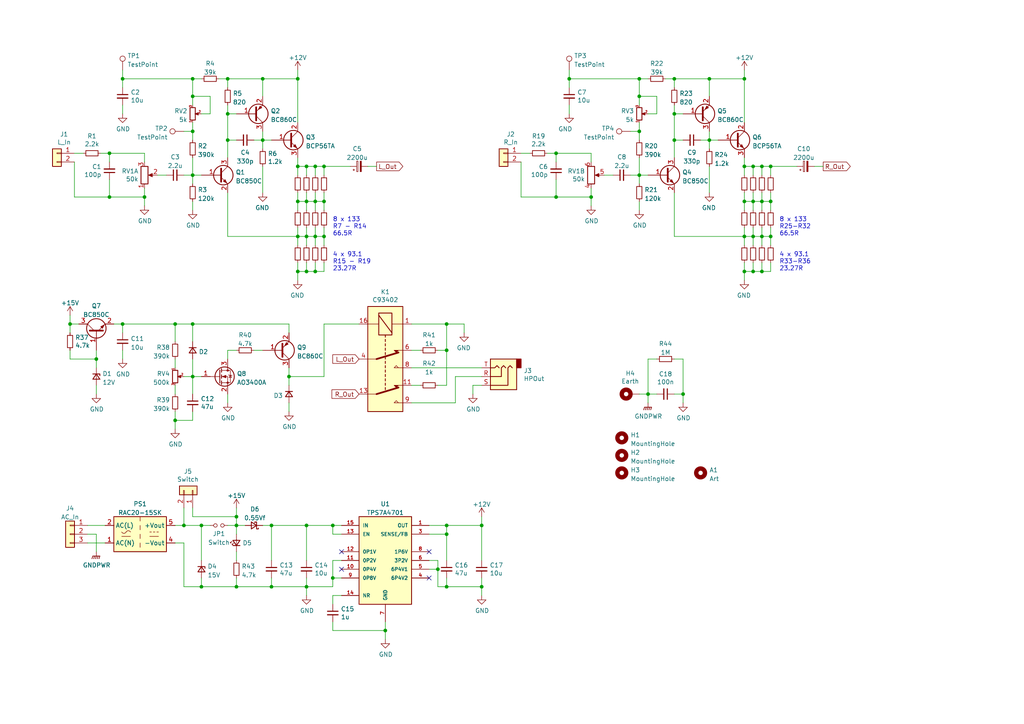
<source format=kicad_sch>
(kicad_sch (version 20211123) (generator eeschema)
  (paper "A4")
  (junction (at 195.58 40.64))
  (junction (at 55.88 38.1))
  (junction (at 195.58 33.02))
  (junction (at 127 165.1))
  (junction (at 220.98 48.26))
  (junction (at 220.98 68.58))
  (junction (at 165.1 22.86))
  (junction (at 215.9 78.74))
  (junction (at 78.74 170.18))
  (junction (at 223.52 58.42))
  (junction (at 35.56 22.86))
  (junction (at 171.45 57.15))
  (junction (at 58.42 152.4))
  (junction (at 91.44 68.58))
  (junction (at 205.74 22.86))
  (junction (at 96.52 152.4))
  (junction (at 27.94 104.14))
  (junction (at 66.04 22.86))
  (junction (at 88.9 78.74))
  (junction (at 55.88 93.98))
  (junction (at 66.04 40.64))
  (junction (at 198.12 114.3))
  (junction (at 218.44 68.58))
  (junction (at 68.58 149.86))
  (junction (at 161.29 57.15))
  (junction (at 86.36 58.42))
  (junction (at 129.54 154.94))
  (junction (at 218.44 78.74))
  (junction (at 93.98 58.42))
  (junction (at 205.74 40.64))
  (junction (at 111.76 182.88))
  (junction (at 96.52 167.64))
  (junction (at 86.36 48.26))
  (junction (at 129.54 101.6))
  (junction (at 78.74 152.4))
  (junction (at 129.54 170.18))
  (junction (at 50.8 121.92))
  (junction (at 86.36 22.86))
  (junction (at 86.36 68.58))
  (junction (at 88.9 48.26))
  (junction (at 88.9 58.42))
  (junction (at 215.9 58.42))
  (junction (at 215.9 48.26))
  (junction (at 161.29 44.45))
  (junction (at 215.9 22.86))
  (junction (at 185.42 50.8))
  (junction (at 129.54 152.4))
  (junction (at 139.7 170.18))
  (junction (at 185.42 27.94))
  (junction (at 68.58 170.18))
  (junction (at 41.91 57.15))
  (junction (at 55.88 22.86))
  (junction (at 88.9 170.18))
  (junction (at 31.75 44.45))
  (junction (at 185.42 22.86))
  (junction (at 91.44 58.42))
  (junction (at 55.88 109.22))
  (junction (at 218.44 58.42))
  (junction (at 129.54 93.98))
  (junction (at 139.7 152.4))
  (junction (at 55.88 50.8))
  (junction (at 68.58 152.4))
  (junction (at 91.44 78.74))
  (junction (at 223.52 48.26))
  (junction (at 50.8 93.98))
  (junction (at 195.58 22.86))
  (junction (at 83.82 109.22))
  (junction (at 185.42 38.1))
  (junction (at 58.42 170.18))
  (junction (at 20.32 93.98))
  (junction (at 93.98 48.26))
  (junction (at 53.34 152.4))
  (junction (at 220.98 78.74))
  (junction (at 76.2 22.86))
  (junction (at 86.36 78.74))
  (junction (at 187.96 114.3))
  (junction (at 55.88 27.94))
  (junction (at 35.56 93.98))
  (junction (at 66.04 33.02))
  (junction (at 88.9 152.4))
  (junction (at 88.9 68.58))
  (junction (at 215.9 68.58))
  (junction (at 31.75 57.15))
  (junction (at 76.2 40.64))
  (junction (at 223.52 68.58))
  (junction (at 93.98 68.58))
  (junction (at 220.98 58.42))
  (junction (at 218.44 48.26))
  (junction (at 91.44 48.26))
  (no_connect (at 99.06 160.02))
  (no_connect (at 124.46 167.64))
  (no_connect (at 124.46 160.02))
  (no_connect (at 99.06 165.1))
  (wire (pts (xy 78.74 170.18) (xy 88.9 170.18)))
  (wire (pts (xy 185.42 38.1) (xy 185.42 40.64)))
  (wire (pts (xy 195.58 68.58) (xy 215.9 68.58)))
  (wire (pts (xy 205.74 43.18) (xy 205.74 40.64)))
  (wire (pts (xy 73.66 40.64) (xy 76.2 40.64)))
  (wire (pts (xy 21.59 44.45) (xy 24.13 44.45)))
  (wire (pts (xy 220.98 48.26) (xy 223.52 48.26)))
  (wire (pts (xy 119.38 116.84) (xy 132.08 116.84)))
  (wire (pts (xy 76.2 48.26) (xy 76.2 55.88)))
  (wire (pts (xy 35.56 33.02) (xy 35.56 30.48)))
  (wire (pts (xy 31.75 46.99) (xy 31.75 44.45)))
  (wire (pts (xy 55.88 58.42) (xy 55.88 60.96)))
  (wire (pts (xy 86.36 81.28) (xy 86.36 78.74)))
  (wire (pts (xy 86.36 48.26) (xy 86.36 45.72)))
  (wire (pts (xy 66.04 101.6) (xy 66.04 104.14)))
  (wire (pts (xy 66.04 30.48) (xy 66.04 33.02)))
  (wire (pts (xy 223.52 78.74) (xy 220.98 78.74)))
  (wire (pts (xy 66.04 40.64) (xy 68.58 40.64)))
  (wire (pts (xy 25.4 157.48) (xy 30.48 157.48)))
  (wire (pts (xy 53.34 152.4) (xy 58.42 152.4)))
  (wire (pts (xy 91.44 58.42) (xy 93.98 58.42)))
  (wire (pts (xy 220.98 78.74) (xy 218.44 78.74)))
  (wire (pts (xy 215.9 76.2) (xy 215.9 78.74)))
  (wire (pts (xy 165.1 22.86) (xy 185.42 22.86)))
  (wire (pts (xy 182.88 38.1) (xy 185.42 38.1)))
  (wire (pts (xy 66.04 33.02) (xy 66.04 40.64)))
  (wire (pts (xy 91.44 78.74) (xy 88.9 78.74)))
  (wire (pts (xy 96.52 162.56) (xy 96.52 167.64)))
  (wire (pts (xy 205.74 22.86) (xy 205.74 27.94)))
  (wire (pts (xy 185.42 45.72) (xy 185.42 50.8)))
  (wire (pts (xy 53.34 170.18) (xy 58.42 170.18)))
  (wire (pts (xy 99.06 162.56) (xy 96.52 162.56)))
  (wire (pts (xy 185.42 27.94) (xy 185.42 30.48)))
  (wire (pts (xy 50.8 93.98) (xy 55.88 93.98)))
  (wire (pts (xy 35.56 22.86) (xy 35.56 25.4)))
  (wire (pts (xy 29.21 44.45) (xy 31.75 44.45)))
  (wire (pts (xy 53.34 38.1) (xy 55.88 38.1)))
  (wire (pts (xy 187.96 33.02) (xy 190.5 33.02)))
  (wire (pts (xy 91.44 68.58) (xy 91.44 71.12)))
  (wire (pts (xy 220.98 66.04) (xy 220.98 68.58)))
  (wire (pts (xy 119.38 106.68) (xy 139.7 106.68)))
  (wire (pts (xy 50.8 104.14) (xy 50.8 106.68)))
  (wire (pts (xy 205.74 22.86) (xy 215.9 22.86)))
  (wire (pts (xy 76.2 43.18) (xy 76.2 40.64)))
  (wire (pts (xy 88.9 170.18) (xy 96.52 170.18)))
  (wire (pts (xy 171.45 54.61) (xy 171.45 57.15)))
  (wire (pts (xy 96.52 182.88) (xy 96.52 180.34)))
  (wire (pts (xy 208.28 40.64) (xy 205.74 40.64)))
  (wire (pts (xy 96.52 152.4) (xy 99.06 152.4)))
  (wire (pts (xy 223.52 76.2) (xy 223.52 78.74)))
  (wire (pts (xy 66.04 40.64) (xy 66.04 45.72)))
  (wire (pts (xy 31.75 57.15) (xy 41.91 57.15)))
  (wire (pts (xy 215.9 48.26) (xy 215.9 50.8)))
  (wire (pts (xy 161.29 44.45) (xy 161.29 46.99)))
  (wire (pts (xy 78.74 40.64) (xy 76.2 40.64)))
  (wire (pts (xy 78.74 167.64) (xy 78.74 170.18)))
  (wire (pts (xy 195.58 22.86) (xy 195.58 25.4)))
  (wire (pts (xy 55.88 119.38) (xy 55.88 121.92)))
  (wire (pts (xy 83.82 109.22) (xy 93.98 109.22)))
  (wire (pts (xy 182.88 50.8) (xy 185.42 50.8)))
  (wire (pts (xy 134.62 93.98) (xy 134.62 96.52)))
  (wire (pts (xy 127 165.1) (xy 127 170.18)))
  (wire (pts (xy 20.32 93.98) (xy 22.86 93.98)))
  (wire (pts (xy 35.56 101.6) (xy 35.56 104.14)))
  (wire (pts (xy 91.44 55.88) (xy 91.44 58.42)))
  (wire (pts (xy 220.98 48.26) (xy 220.98 50.8)))
  (wire (pts (xy 76.2 22.86) (xy 76.2 27.94)))
  (wire (pts (xy 93.98 55.88) (xy 93.98 58.42)))
  (wire (pts (xy 171.45 59.69) (xy 171.45 57.15)))
  (wire (pts (xy 96.52 172.72) (xy 96.52 175.26)))
  (wire (pts (xy 20.32 91.44) (xy 20.32 93.98)))
  (wire (pts (xy 91.44 48.26) (xy 93.98 48.26)))
  (wire (pts (xy 68.58 162.56) (xy 68.58 160.02)))
  (wire (pts (xy 55.88 109.22) (xy 55.88 104.14)))
  (wire (pts (xy 68.58 101.6) (xy 66.04 101.6)))
  (wire (pts (xy 50.8 157.48) (xy 53.34 157.48)))
  (wire (pts (xy 185.42 22.86) (xy 187.96 22.86)))
  (wire (pts (xy 55.88 27.94) (xy 55.88 30.48)))
  (wire (pts (xy 187.96 104.14) (xy 190.5 104.14)))
  (wire (pts (xy 195.58 33.02) (xy 198.12 33.02)))
  (wire (pts (xy 88.9 152.4) (xy 96.52 152.4)))
  (wire (pts (xy 111.76 182.88) (xy 111.76 180.34)))
  (wire (pts (xy 137.16 111.76) (xy 139.7 111.76)))
  (wire (pts (xy 161.29 57.15) (xy 151.13 57.15)))
  (wire (pts (xy 171.45 44.45) (xy 161.29 44.45)))
  (wire (pts (xy 93.98 68.58) (xy 93.98 71.12)))
  (wire (pts (xy 127 101.6) (xy 129.54 101.6)))
  (wire (pts (xy 195.58 55.88) (xy 195.58 68.58)))
  (wire (pts (xy 88.9 78.74) (xy 86.36 78.74)))
  (wire (pts (xy 198.12 104.14) (xy 198.12 114.3)))
  (wire (pts (xy 104.14 93.98) (xy 93.98 93.98)))
  (wire (pts (xy 195.58 22.86) (xy 205.74 22.86)))
  (wire (pts (xy 220.98 68.58) (xy 223.52 68.58)))
  (wire (pts (xy 58.42 152.4) (xy 58.42 162.56)))
  (wire (pts (xy 223.52 58.42) (xy 223.52 60.96)))
  (wire (pts (xy 68.58 167.64) (xy 68.58 170.18)))
  (wire (pts (xy 215.9 68.58) (xy 215.9 71.12)))
  (wire (pts (xy 195.58 104.14) (xy 198.12 104.14)))
  (wire (pts (xy 91.44 48.26) (xy 88.9 48.26)))
  (wire (pts (xy 83.82 116.84) (xy 83.82 119.38)))
  (wire (pts (xy 58.42 167.64) (xy 58.42 170.18)))
  (wire (pts (xy 215.9 48.26) (xy 215.9 45.72)))
  (wire (pts (xy 68.58 170.18) (xy 78.74 170.18)))
  (wire (pts (xy 190.5 33.02) (xy 190.5 27.94)))
  (wire (pts (xy 187.96 114.3) (xy 187.96 116.84)))
  (wire (pts (xy 91.44 48.26) (xy 91.44 50.8)))
  (wire (pts (xy 195.58 30.48) (xy 195.58 33.02)))
  (wire (pts (xy 55.88 93.98) (xy 55.88 99.06)))
  (wire (pts (xy 66.04 33.02) (xy 68.58 33.02)))
  (wire (pts (xy 185.42 35.56) (xy 185.42 38.1)))
  (wire (pts (xy 236.22 48.26) (xy 238.76 48.26)))
  (wire (pts (xy 88.9 48.26) (xy 86.36 48.26)))
  (wire (pts (xy 68.58 147.32) (xy 68.58 149.86)))
  (wire (pts (xy 45.72 50.8) (xy 48.26 50.8)))
  (wire (pts (xy 31.75 44.45) (xy 41.91 44.45)))
  (wire (pts (xy 83.82 109.22) (xy 83.82 111.76)))
  (wire (pts (xy 27.94 104.14) (xy 27.94 106.68)))
  (wire (pts (xy 27.94 111.76) (xy 27.94 114.3)))
  (wire (pts (xy 93.98 48.26) (xy 101.6 48.26)))
  (wire (pts (xy 190.5 27.94) (xy 185.42 27.94)))
  (wire (pts (xy 119.38 93.98) (xy 129.54 93.98)))
  (wire (pts (xy 60.96 33.02) (xy 60.96 27.94)))
  (wire (pts (xy 220.98 76.2) (xy 220.98 78.74)))
  (wire (pts (xy 86.36 58.42) (xy 86.36 60.96)))
  (wire (pts (xy 78.74 152.4) (xy 88.9 152.4)))
  (wire (pts (xy 63.5 22.86) (xy 66.04 22.86)))
  (wire (pts (xy 66.04 68.58) (xy 86.36 68.58)))
  (wire (pts (xy 218.44 66.04) (xy 218.44 68.58)))
  (wire (pts (xy 55.88 35.56) (xy 55.88 38.1)))
  (wire (pts (xy 86.36 68.58) (xy 88.9 68.58)))
  (wire (pts (xy 35.56 93.98) (xy 35.56 96.52)))
  (wire (pts (xy 151.13 46.99) (xy 151.13 57.15)))
  (wire (pts (xy 91.44 76.2) (xy 91.44 78.74)))
  (wire (pts (xy 86.36 68.58) (xy 86.36 71.12)))
  (wire (pts (xy 137.16 111.76) (xy 137.16 114.3)))
  (wire (pts (xy 88.9 76.2) (xy 88.9 78.74)))
  (wire (pts (xy 88.9 68.58) (xy 91.44 68.58)))
  (wire (pts (xy 205.74 38.1) (xy 205.74 40.64)))
  (wire (pts (xy 55.88 109.22) (xy 55.88 114.3)))
  (wire (pts (xy 86.36 76.2) (xy 86.36 78.74)))
  (wire (pts (xy 83.82 106.68) (xy 83.82 109.22)))
  (wire (pts (xy 88.9 167.64) (xy 88.9 170.18)))
  (wire (pts (xy 66.04 22.86) (xy 76.2 22.86)))
  (wire (pts (xy 129.54 101.6) (xy 129.54 93.98)))
  (wire (pts (xy 124.46 154.94) (xy 129.54 154.94)))
  (wire (pts (xy 88.9 152.4) (xy 88.9 162.56)))
  (wire (pts (xy 218.44 68.58) (xy 220.98 68.58)))
  (wire (pts (xy 21.59 46.99) (xy 21.59 57.15)))
  (wire (pts (xy 86.36 35.56) (xy 86.36 22.86)))
  (wire (pts (xy 55.88 22.86) (xy 58.42 22.86)))
  (wire (pts (xy 195.58 114.3) (xy 198.12 114.3)))
  (wire (pts (xy 223.52 66.04) (xy 223.52 68.58)))
  (wire (pts (xy 41.91 44.45) (xy 41.91 46.99)))
  (wire (pts (xy 195.58 40.64) (xy 198.12 40.64)))
  (wire (pts (xy 50.8 121.92) (xy 50.8 124.46)))
  (wire (pts (xy 35.56 20.32) (xy 35.56 22.86)))
  (wire (pts (xy 129.54 154.94) (xy 129.54 162.56)))
  (wire (pts (xy 58.42 33.02) (xy 60.96 33.02)))
  (wire (pts (xy 187.96 114.3) (xy 190.5 114.3)))
  (wire (pts (xy 55.88 45.72) (xy 55.88 50.8)))
  (wire (pts (xy 58.42 50.8) (xy 55.88 50.8)))
  (wire (pts (xy 129.54 167.64) (xy 129.54 170.18)))
  (wire (pts (xy 88.9 66.04) (xy 88.9 68.58)))
  (wire (pts (xy 96.52 167.64) (xy 99.06 167.64)))
  (wire (pts (xy 161.29 44.45) (xy 158.75 44.45)))
  (wire (pts (xy 66.04 114.3) (xy 66.04 116.84)))
  (wire (pts (xy 185.42 22.86) (xy 185.42 27.94)))
  (wire (pts (xy 127 165.1) (xy 127 162.56)))
  (wire (pts (xy 203.2 40.64) (xy 205.74 40.64)))
  (wire (pts (xy 215.9 66.04) (xy 215.9 68.58)))
  (wire (pts (xy 33.02 93.98) (xy 35.56 93.98)))
  (wire (pts (xy 129.54 93.98) (xy 134.62 93.98)))
  (wire (pts (xy 60.96 27.94) (xy 55.88 27.94)))
  (wire (pts (xy 25.4 154.94) (xy 27.94 154.94)))
  (wire (pts (xy 218.44 76.2) (xy 218.44 78.74)))
  (wire (pts (xy 215.9 58.42) (xy 215.9 60.96)))
  (wire (pts (xy 86.36 48.26) (xy 86.36 50.8)))
  (wire (pts (xy 220.98 55.88) (xy 220.98 58.42)))
  (wire (pts (xy 220.98 48.26) (xy 218.44 48.26)))
  (wire (pts (xy 53.34 109.22) (xy 55.88 109.22)))
  (wire (pts (xy 96.52 152.4) (xy 96.52 154.94)))
  (wire (pts (xy 220.98 58.42) (xy 223.52 58.42)))
  (wire (pts (xy 88.9 48.26) (xy 88.9 50.8)))
  (wire (pts (xy 86.36 66.04) (xy 86.36 68.58)))
  (wire (pts (xy 93.98 48.26) (xy 93.98 50.8)))
  (wire (pts (xy 215.9 22.86) (xy 215.9 35.56)))
  (wire (pts (xy 223.52 68.58) (xy 223.52 71.12)))
  (wire (pts (xy 93.98 93.98) (xy 93.98 109.22)))
  (wire (pts (xy 193.04 22.86) (xy 195.58 22.86)))
  (wire (pts (xy 93.98 58.42) (xy 93.98 60.96)))
  (wire (pts (xy 55.88 109.22) (xy 58.42 109.22)))
  (wire (pts (xy 93.98 76.2) (xy 93.98 78.74)))
  (wire (pts (xy 165.1 20.32) (xy 165.1 22.86)))
  (wire (pts (xy 195.58 33.02) (xy 195.58 40.64)))
  (wire (pts (xy 21.59 57.15) (xy 31.75 57.15)))
  (wire (pts (xy 76.2 101.6) (xy 73.66 101.6)))
  (wire (pts (xy 218.44 68.58) (xy 218.44 71.12)))
  (wire (pts (xy 55.88 149.86) (xy 68.58 149.86)))
  (wire (pts (xy 198.12 116.84) (xy 198.12 114.3)))
  (wire (pts (xy 86.36 20.32) (xy 86.36 22.86)))
  (wire (pts (xy 124.46 165.1) (xy 127 165.1)))
  (wire (pts (xy 20.32 104.14) (xy 27.94 104.14)))
  (wire (pts (xy 76.2 38.1) (xy 76.2 40.64)))
  (wire (pts (xy 132.08 109.22) (xy 132.08 116.84)))
  (wire (pts (xy 91.44 58.42) (xy 91.44 60.96)))
  (wire (pts (xy 58.42 152.4) (xy 60.96 152.4)))
  (wire (pts (xy 91.44 66.04) (xy 91.44 68.58)))
  (wire (pts (xy 83.82 93.98) (xy 83.82 96.52)))
  (wire (pts (xy 66.04 55.88) (xy 66.04 68.58)))
  (wire (pts (xy 111.76 182.88) (xy 96.52 182.88)))
  (wire (pts (xy 121.92 101.6) (xy 119.38 101.6)))
  (wire (pts (xy 127 162.56) (xy 124.46 162.56)))
  (wire (pts (xy 66.04 152.4) (xy 68.58 152.4)))
  (wire (pts (xy 53.34 50.8) (xy 55.88 50.8)))
  (wire (pts (xy 35.56 93.98) (xy 50.8 93.98)))
  (wire (pts (xy 129.54 170.18) (xy 139.7 170.18)))
  (wire (pts (xy 50.8 121.92) (xy 55.88 121.92)))
  (wire (pts (xy 218.44 58.42) (xy 220.98 58.42)))
  (wire (pts (xy 129.54 101.6) (xy 129.54 111.76)))
  (wire (pts (xy 139.7 167.64) (xy 139.7 170.18)))
  (wire (pts (xy 53.34 157.48) (xy 53.34 170.18)))
  (wire (pts (xy 86.36 55.88) (xy 86.36 58.42)))
  (wire (pts (xy 93.98 66.04) (xy 93.98 68.58)))
  (wire (pts (xy 218.44 48.26) (xy 218.44 50.8)))
  (wire (pts (xy 55.88 93.98) (xy 83.82 93.98)))
  (wire (pts (xy 223.52 48.26) (xy 231.14 48.26)))
  (wire (pts (xy 111.76 182.88) (xy 111.76 185.42)))
  (wire (pts (xy 185.42 50.8) (xy 185.42 53.34)))
  (wire (pts (xy 161.29 52.07) (xy 161.29 57.15)))
  (wire (pts (xy 223.52 55.88) (xy 223.52 58.42)))
  (wire (pts (xy 93.98 78.74) (xy 91.44 78.74)))
  (wire (pts (xy 99.06 172.72) (xy 96.52 172.72)))
  (wire (pts (xy 185.42 114.3) (xy 187.96 114.3)))
  (wire (pts (xy 41.91 57.15) (xy 41.91 54.61)))
  (wire (pts (xy 20.32 93.98) (xy 20.32 96.52)))
  (wire (pts (xy 185.42 50.8) (xy 187.96 50.8)))
  (wire (pts (xy 220.98 68.58) (xy 220.98 71.12)))
  (wire (pts (xy 220.98 58.42) (xy 220.98 60.96)))
  (wire (pts (xy 86.36 58.42) (xy 88.9 58.42)))
  (wire (pts (xy 139.7 152.4) (xy 139.7 162.56)))
  (wire (pts (xy 50.8 93.98) (xy 50.8 99.06)))
  (wire (pts (xy 215.9 55.88) (xy 215.9 58.42)))
  (wire (pts (xy 35.56 22.86) (xy 55.88 22.86)))
  (wire (pts (xy 129.54 152.4) (xy 139.7 152.4)))
  (wire (pts (xy 195.58 40.64) (xy 195.58 45.72)))
  (wire (pts (xy 66.04 22.86) (xy 66.04 25.4)))
  (wire (pts (xy 205.74 48.26) (xy 205.74 55.88)))
  (wire (pts (xy 31.75 52.07) (xy 31.75 57.15)))
  (wire (pts (xy 96.52 170.18) (xy 96.52 167.64)))
  (wire (pts (xy 139.7 149.86) (xy 139.7 152.4)))
  (wire (pts (xy 68.58 152.4) (xy 71.12 152.4)))
  (wire (pts (xy 218.44 68.58) (xy 215.9 68.58)))
  (wire (pts (xy 68.58 152.4) (xy 68.58 154.94)))
  (wire (pts (xy 218.44 55.88) (xy 218.44 58.42)))
  (wire (pts (xy 50.8 111.76) (xy 50.8 114.3)))
  (wire (pts (xy 96.52 154.94) (xy 99.06 154.94)))
  (wire (pts (xy 121.92 111.76) (xy 119.38 111.76)))
  (wire (pts (xy 55.88 50.8) (xy 55.88 53.34)))
  (wire (pts (xy 171.45 46.99) (xy 171.45 44.45)))
  (wire (pts (xy 127 170.18) (xy 129.54 170.18)))
  (wire (pts (xy 129.54 111.76) (xy 127 111.76)))
  (wire (pts (xy 20.32 101.6) (xy 20.32 104.14)))
  (wire (pts (xy 153.67 44.45) (xy 151.13 44.45)))
  (wire (pts (xy 139.7 170.18) (xy 139.7 172.72)))
  (wire (pts (xy 76.2 152.4) (xy 78.74 152.4)))
  (wire (pts (xy 218.44 78.74) (xy 215.9 78.74)))
  (wire (pts (xy 187.96 114.3) (xy 187.96 104.14)))
  (wire (pts (xy 78.74 152.4) (xy 78.74 162.56)))
  (wire (pts (xy 218.44 58.42) (xy 218.44 60.96)))
  (wire (pts (xy 185.42 58.42) (xy 185.42 60.96)))
  (wire (pts (xy 58.42 170.18) (xy 68.58 170.18)))
  (wire (pts (xy 129.54 152.4) (xy 129.54 154.94)))
  (wire (pts (xy 124.46 152.4) (xy 129.54 152.4)))
  (wire (pts (xy 50.8 152.4) (xy 53.34 152.4)))
  (wire (pts (xy 165.1 22.86) (xy 165.1 25.4)))
  (wire (pts (xy 171.45 57.15) (xy 161.29 57.15)))
  (wire (pts (xy 106.68 48.26) (xy 109.22 48.26)))
  (wire (pts (xy 50.8 121.92) (xy 50.8 119.38)))
  (wire (pts (xy 25.4 152.4) (xy 30.48 152.4)))
  (wire (pts (xy 88.9 68.58) (xy 88.9 71.12)))
  (wire (pts (xy 215.9 20.32) (xy 215.9 22.86)))
  (wire (pts (xy 53.34 147.32) (xy 53.34 152.4)))
  (wire (pts (xy 88.9 58.42) (xy 88.9 60.96)))
  (wire (pts (xy 215.9 81.28) (xy 215.9 78.74)))
  (wire (pts (xy 41.91 59.69) (xy 41.91 57.15)))
  (wire (pts (xy 88.9 55.88) (xy 88.9 58.42)))
  (wire (pts (xy 27.94 160.02) (xy 27.94 154.94)))
  (wire (pts (xy 223.52 48.26) (xy 223.52 50.8)))
  (wire (pts (xy 55.88 38.1) (xy 55.88 40.64)))
  (wire (pts (xy 76.2 22.86) (xy 86.36 22.86)))
  (wire (pts (xy 175.26 50.8) (xy 177.8 50.8)))
  (wire (pts (xy 88.9 58.42) (xy 91.44 58.42)))
  (wire (pts (xy 215.9 58.42) (xy 218.44 58.42)))
  (wire (pts (xy 27.94 101.6) (xy 27.94 104.14)))
  (wire (pts (xy 91.44 68.58) (xy 93.98 68.58)))
  (wire (pts (xy 218.44 48.26) (xy 215.9 48.26)))
  (wire (pts (xy 139.7 109.22) (xy 132.08 109.22)))
  (wire (pts (xy 55.88 22.86) (xy 55.88 27.94)))
  (wire (pts (xy 68.58 149.86) (xy 68.58 152.4)))
  (wire (pts (xy 55.88 147.32) (xy 55.88 149.86)))
  (wire (pts (xy 88.9 170.18) (xy 88.9 172.72)))
  (wire (pts (xy 165.1 30.48) (xy 165.1 33.02)))
  (text "4 x 93.1\nR15 - R19\n23.27R" (at 96.52 78.74 0) (effects (font (size 1.27 1.27)) (justify left bottom)))
  (text "4 x 93.1\nR33-R36\n23.27R" (at 226.06 78.74 0) (effects (font (size 1.27 1.27)) (justify left bottom)))
  (text "8 x 133\nR25-R32\n66.5R" (at 226.06 68.58 0) (effects (font (size 1.27 1.27)) (justify left bottom)))
  (text "8 x 133\nR7 - R14\n66.5R" (at 96.52 68.58 0) (effects (font (size 1.27 1.27)) (justify left bottom)))
  (global_label "R_Out" (shape output) (at 238.76 48.26 0) (property "Intersheet References" "${INTERSHEET_REFS}" (effects hide)))
  (global_label "L_Out" (shape output) (at 109.22 48.26 0) (property "Intersheet References" "${INTERSHEET_REFS}" (effects hide)))
  (global_label "L_Out" (shape input) (at 104.14 104.14 180) (property "Intersheet References" "${INTERSHEET_REFS}" (effects hide)))
  (global_label "R_Out" (shape input) (at 104.14 114.3 180) (property "Intersheet References" "${INTERSHEET_REFS}" (effects hide)))
  (symbol (lib_id "Relay:G5V-2") (at 111.76 104.14 270) (unit 1)
    (property "Reference" "K1" (at 111.76 84.6582 90))
    (property "Value" "C93402" (at 111.76 86.9696 90))
    (property "Footprint" "Relay_THT:Relay_DPDT_Omron_G5V-2" (effects hide))
    (property "Part number" "C93402" (effects hide))
    (property "LCSC part number" "C128021" (effects hide))
  )
  (symbol (lib_id "Device:LED_Small") (at 68.58 157.48 90) (unit 1)
    (property "Reference" "D5" (at 70.358 157.48 90) (effects (justify right)))
    (property "Value" "LED" (effects hide))
    (property "Footprint" "LED_THT:LED_D3.0mm" (effects hide))
    (property "LCSC part number" "C2927624" (effects hide))
    (property "Part number" "204-10SUGC/S400-A5" (effects hide))
  )
  (symbol (lib_id "Device:R_Small") (at 68.58 165.1 0) (unit 1)
    (property "Reference" "R43" (at 70.0786 164.2653 0) (effects (justify left)))
    (property "Value" "4.7k" (at 70.0786 166.8022 0) (effects (justify left)))
    (property "Footprint" "Resistor_SMD:R_0603_1608Metric" (effects hide))
    (property "LCSC part number" "C513565" (effects hide))
    (property "Part number" "RT0603BRD074K7L" (effects hide))
  )
  (symbol (lib_id "Device:R_Small") (at 26.67 44.45 270) (unit 1)
    (property "Reference" "R1" (at 26.67 39.4716 90))
    (property "Value" "2.2k" (at 26.67 41.783 90))
    (property "Footprint" "Resistor_SMD:R_0603_1608Metric" (effects hide))
    (property "LCSC part number" "C706068" (effects hide))
    (property "Part number" "RT0603DRE072K2L" (effects hide))
  )
  (symbol (lib_id "Device:C_Small") (at 31.75 49.53 0) (mirror x) (unit 1)
    (property "Reference" "C1" (at 29.4132 48.3616 0) (effects (justify right)))
    (property "Value" "100p" (at 29.4132 50.673 0) (effects (justify right)))
    (property "Footprint" "Capacitor_SMD:C_0603_1608Metric" (effects hide))
    (property "LCSC part number" "C343033" (effects hide))
    (property "Part number" "C1608NP01H101JT000N" (effects hide))
  )
  (symbol (lib_id "Device:R_Small") (at 55.88 55.88 0) (unit 1)
    (property "Reference" "R3" (at 57.3786 55.0453 0) (effects (justify left)))
    (property "Value" "120k" (at 57.3786 57.5822 0) (effects (justify left)))
    (property "Footprint" "Resistor_SMD:R_0603_1608Metric" (effects hide))
    (property "LCSC part number" "C706020" (effects hide))
    (property "Part number" "RT0603DRE07120KL" (effects hide))
  )
  (symbol (lib_id "Device:R_Small") (at 55.88 43.18 0) (unit 1)
    (property "Reference" "R2" (at 57.3786 42.3453 0) (effects (justify left)))
    (property "Value" "390k" (at 57.3786 44.8822 0) (effects (justify left)))
    (property "Footprint" "Resistor_SMD:R_0603_1608Metric" (effects hide))
    (property "LCSC part number" "C862701" (effects hide))
    (property "Part number" "RT0603DRD07390KL" (effects hide))
  )
  (symbol (lib_id "Device:R_Small") (at 66.04 27.94 0) (unit 1)
    (property "Reference" "R5" (at 67.5386 27.1053 0) (effects (justify left)))
    (property "Value" "820" (at 67.5386 29.6422 0) (effects (justify left)))
    (property "Footprint" "Resistor_SMD:R_0603_1608Metric" (effects hide))
    (property "LCSC part number" "C723589" (effects hide))
    (property "Part number" "RT0603DRD07820RL" (effects hide))
  )
  (symbol (lib_id "Transistor_BJT:BC857") (at 73.66 33.02 0) (mirror x) (unit 1)
    (property "Reference" "Q2" (at 78.5114 32.1853 0) (effects (justify left)))
    (property "Value" "BC860C" (at 78.5114 34.7222 0) (effects (justify left)))
    (property "Footprint" "Package_TO_SOT_SMD:SOT-23" (effects hide))
    (property "LCSC part number" "C549546" (effects hide))
    (property "Part number" "BC860C" (effects hide))
  )
  (symbol (lib_id "Device:C_Small") (at 71.12 40.64 270) (mirror x) (unit 1)
    (property "Reference" "C4" (at 71.1136 44.2325 90))
    (property "Value" "330p" (at 71.1136 46.7694 90))
    (property "Footprint" "Capacitor_SMD:C_0603_1608Metric" (effects hide))
    (property "LCSC part number" "C343002" (effects hide))
    (property "Part number" "C1608NP01H331JT000N" (effects hide))
  )
  (symbol (lib_id "Device:R_Small") (at 76.2 45.72 0) (unit 1)
    (property "Reference" "R6" (at 77.6986 44.5516 0) (effects (justify left)))
    (property "Value" "1.2k" (at 77.6986 46.863 0) (effects (justify left)))
    (property "Footprint" "Resistor_SMD:R_0603_1608Metric" (effects hide))
    (property "LCSC part number" "C723656" (effects hide))
    (property "Part number" "RT0603DRD071K2L" (effects hide))
  )
  (symbol (lib_id "Device:R_Small") (at 86.36 53.34 0) (unit 1)
    (property "Reference" "R7" (effects hide))
    (property "Value" "133" (effects hide))
    (property "Footprint" "Resistor_SMD:R_1206_3216Metric" (effects hide))
    (property "LCSC part number" "C872564" (effects hide))
    (property "Part number" "RT1206DRD07133RL" (effects hide))
  )
  (symbol (lib_id "Device:CP_Small") (at 104.14 48.26 90) (unit 1)
    (property "Reference" "C5" (at 103.5939 43.1632 90))
    (property "Value" "2200u" (at 103.5939 45.7001 90))
    (property "Footprint" "Capacitor_THT:CP_Radial_D16.0mm_P7.50mm" (effects hide))
    (property "LCSC part number" "C278533" (effects hide))
    (property "Part number" "EEUFR1E222S" (effects hide))
  )
  (symbol (lib_id "Device:R_Small") (at 86.36 73.66 0) (unit 1)
    (property "Reference" "R15" (effects hide))
    (property "Value" "93.1" (effects hide))
    (property "Footprint" "Resistor_SMD:R_1206_3216Metric" (effects hide))
    (property "LCSC part number" "C706437" (effects hide))
    (property "Part number" "RT1206FRE0793R1L" (effects hide))
  )
  (symbol (lib_id "Connector_Generic:Conn_01x02") (at 55.88 142.24 270) (mirror x) (unit 1)
    (property "Reference" "J5" (at 54.5084 136.7282 90))
    (property "Value" "Switch" (at 54.5084 139.0396 90))
    (property "Footprint" "Connector_JST:JST_XH_B2B-XH-A_1x02_P2.50mm_Vertical" (effects hide))
    (property "LCSC part number" "C158012" (effects hide))
    (property "Part number" "B2B-XH-A" (effects hide))
  )
  (symbol (lib_id "Connector_Generic:Conn_01x02") (at 16.51 44.45 0) (mirror y) (unit 1)
    (property "Reference" "J1" (at 18.5928 38.9382 0))
    (property "Value" "L_In" (at 18.5928 41.2496 0))
    (property "Footprint" "Connector_JST:JST_XH_B2B-XH-A_1x02_P2.50mm_Vertical" (effects hide))
    (property "LCSC part number" "C158012" (effects hide))
    (property "Part number" "B2B-XH-A" (effects hide))
  )
  (symbol (lib_id "Connector_Generic:Conn_01x02") (at 146.05 44.45 0) (mirror y) (unit 1)
    (property "Reference" "J2" (at 148.1328 38.9382 0))
    (property "Value" "R_In" (at 148.1328 41.2496 0))
    (property "Footprint" "Connector_JST:JST_XH_B2B-XH-A_1x02_P2.50mm_Vertical" (effects hide))
    (property "LCSC part number" "C158012" (effects hide))
    (property "Part number" "B2B-XH-A" (effects hide))
  )
  (symbol (lib_id "power:GND") (at 86.36 81.28 0) (mirror y) (unit 1)
    (property "Reference" "#PWR06" (effects hide))
    (property "Value" "GND" (at 86.233 85.6742 0))
  )
  (symbol (lib_id "Transistor_BJT:BC847") (at 63.5 50.8 0) (unit 1)
    (property "Reference" "Q1" (at 68.3514 49.9653 0) (effects (justify left)))
    (property "Value" "BC850C" (at 68.3514 52.5022 0) (effects (justify left)))
    (property "Footprint" "Package_TO_SOT_SMD:SOT-23" (effects hide))
    (property "LCSC part number" "C549507" (effects hide))
    (property "Part number" "BC850C" (effects hide))
  )
  (symbol (lib_id "Device:R_POT_Dual_Separate") (at 41.91 50.8 0) (mirror x) (unit 1)
    (property "Reference" "RV1" (at 40.1574 49.6316 0) (effects (justify right)))
    (property "Value" "50k" (at 40.1574 51.943 0) (effects (justify right)))
    (property "Footprint" "F3HP:ALPS_RK27112" (effects hide))
    (property "Part number" "RK27112A00AK" (effects hide))
    (property "LCSC part number" "C470507" (effects hide))
  )
  (symbol (lib_id "power:GNDPWR") (at 187.96 116.84 0) (unit 1)
    (property "Reference" "#PWR030" (effects hide))
    (property "Value" "GNDPWR" (at 188.0616 120.7516 0))
  )
  (symbol (lib_id "power:GND") (at 198.12 116.84 0) (unit 1)
    (property "Reference" "#PWR031" (effects hide))
    (property "Value" "GND" (at 198.247 121.2342 0))
  )
  (symbol (lib_id "Device:R_POT_Dual_Separate") (at 171.45 50.8 0) (mirror x) (unit 2)
    (property "Reference" "RV1" (at 169.672 49.6316 0) (effects (justify right)))
    (property "Value" "50k" (at 169.672 51.943 0) (effects (justify right)))
    (property "Footprint" "F3HP:ALPS_RK27112" (effects hide))
    (property "Part number" "RK27112A00AK" (effects hide))
    (property "LCSC part number" "C470507" (effects hide))
  )
  (symbol (lib_id "Device:R_Small") (at 185.42 43.18 0) (unit 1)
    (property "Reference" "R20" (at 186.9186 42.3453 0) (effects (justify left)))
    (property "Value" "390k" (at 186.9186 44.8822 0) (effects (justify left)))
    (property "Footprint" "Resistor_SMD:R_0603_1608Metric" (effects hide))
    (property "LCSC part number" "C862701" (effects hide))
    (property "Part number" "RT0603DRD07390KL" (effects hide))
  )
  (symbol (lib_id "Device:R_Small") (at 185.42 55.88 0) (unit 1)
    (property "Reference" "R21" (at 186.9186 55.0453 0) (effects (justify left)))
    (property "Value" "120k" (at 186.9186 57.5822 0) (effects (justify left)))
    (property "Footprint" "Resistor_SMD:R_0603_1608Metric" (effects hide))
    (property "LCSC part number" "C706020" (effects hide))
    (property "Part number" "RT0603DRE07120KL" (effects hide))
  )
  (symbol (lib_id "Device:C_Small") (at 161.29 49.53 0) (mirror x) (unit 1)
    (property "Reference" "C6" (at 158.9532 48.3616 0) (effects (justify right)))
    (property "Value" "100p" (at 158.9532 50.673 0) (effects (justify right)))
    (property "Footprint" "Capacitor_SMD:C_0603_1608Metric" (effects hide))
    (property "LCSC part number" "C343033" (effects hide))
    (property "Part number" "C1608NP01H101JT000N" (effects hide))
  )
  (symbol (lib_id "Device:R_Small") (at 156.21 44.45 270) (unit 1)
    (property "Reference" "R19" (at 156.21 39.4716 90))
    (property "Value" "2.2k" (at 156.21 41.783 90))
    (property "Footprint" "Resistor_SMD:R_0603_1608Metric" (effects hide))
    (property "LCSC part number" "C706068" (effects hide))
    (property "Part number" "RT0603DRE072K2L" (effects hide))
  )
  (symbol (lib_id "Device:R_Small") (at 195.58 27.94 0) (unit 1)
    (property "Reference" "R23" (at 197.0786 27.1053 0) (effects (justify left)))
    (property "Value" "820" (at 197.0786 29.6422 0) (effects (justify left)))
    (property "Footprint" "Resistor_SMD:R_0603_1608Metric" (effects hide))
    (property "LCSC part number" "C723589" (effects hide))
    (property "Part number" "RT0603DRD07820RL" (effects hide))
  )
  (symbol (lib_id "Transistor_BJT:BC857") (at 203.2 33.02 0) (mirror x) (unit 1)
    (property "Reference" "Q5" (at 208.0514 32.1853 0) (effects (justify left)))
    (property "Value" "BC860C" (at 208.0514 34.7222 0) (effects (justify left)))
    (property "Footprint" "Package_TO_SOT_SMD:SOT-23" (effects hide))
    (property "LCSC part number" "C549546" (effects hide))
    (property "Part number" "BC860C" (effects hide))
  )
  (symbol (lib_id "Device:C_Small") (at 200.66 40.64 270) (mirror x) (unit 1)
    (property "Reference" "C9" (at 200.6536 44.2325 90))
    (property "Value" "330p" (at 200.6536 46.7694 90))
    (property "Footprint" "Capacitor_SMD:C_0603_1608Metric" (effects hide))
    (property "LCSC part number" "C343002" (effects hide))
    (property "Part number" "C1608NP01H331JT000N" (effects hide))
  )
  (symbol (lib_id "Device:R_Small") (at 205.74 45.72 0) (unit 1)
    (property "Reference" "R24" (at 207.2386 44.8853 0) (effects (justify left)))
    (property "Value" "1.2k" (at 207.2386 47.4222 0) (effects (justify left)))
    (property "Footprint" "Resistor_SMD:R_0603_1608Metric" (effects hide))
    (property "LCSC part number" "C723656" (effects hide))
    (property "Part number" "RT0603DRD071K2L" (effects hide))
  )
  (symbol (lib_id "Transistor_BJT:BC847") (at 193.04 50.8 0) (unit 1)
    (property "Reference" "Q4" (at 197.8914 49.9653 0) (effects (justify left)))
    (property "Value" "BC850C" (at 197.8914 52.5022 0) (effects (justify left)))
    (property "Footprint" "Package_TO_SOT_SMD:SOT-23" (effects hide))
    (property "LCSC part number" "C549507" (effects hide))
    (property "Part number" "BC850C" (effects hide))
  )
  (symbol (lib_id "power:GND") (at 171.45 59.69 0) (unit 1)
    (property "Reference" "#PWR08" (effects hide))
    (property "Value" "GND" (at 171.577 64.0842 0))
  )
  (symbol (lib_id "Mechanical:MountingHole_Pad") (at 182.88 114.3 90) (unit 1) (in_bom no)
    (property "Reference" "H4" (at 182.8038 108.2802 90))
    (property "Value" "Earth" (at 182.8038 110.5916 90))
    (property "Footprint" "MountingHole:MountingHole_3.2mm_M3_Pad_Via" (effects hide))
  )
  (symbol (lib_id "Device:R_Small") (at 124.46 111.76 270) (unit 1)
    (property "Reference" "R42" (at 124.46 105.41 90))
    (property "Value" "1k" (at 124.46 107.95 90))
    (property "Footprint" "Resistor_SMD:R_0603_1608Metric" (effects hide))
    (property "LCSC part number" "C706049" (effects hide))
    (property "Part number" "RT0603DRE071KL" (effects hide))
  )
  (symbol (lib_id "Device:R_Small") (at 124.46 101.6 270) (unit 1)
    (property "Reference" "R41" (at 124.46 97.1636 90))
    (property "Value" "1k" (at 124.46 99.7005 90))
    (property "Footprint" "Resistor_SMD:R_0603_1608Metric" (effects hide))
    (property "LCSC part number" "C706049" (effects hide))
    (property "Part number" "RT0603DRE071KL" (effects hide))
  )
  (symbol (lib_id "Device:Jumper_NO_Small") (at 63.5 152.4 180) (unit 1) (in_bom no)
    (property "Reference" "JP1" (at 63.5 154.8114 0))
    (property "Value" "Switch" (at 63.5 157.3483 0))
    (property "Footprint" "Jumper:SolderJumper-2_P1.3mm_Open_Pad1.0x1.5mm" (effects hide))
  )
  (symbol (lib_id "power:GND") (at 41.91 59.69 0) (unit 1)
    (property "Reference" "#PWR02" (effects hide))
    (property "Value" "GND" (at 42.037 64.0842 0))
  )
  (symbol (lib_id "Connector:AudioJack3") (at 144.78 109.22 180) (unit 1)
    (property "Reference" "J3" (at 151.892 107.5182 0) (effects (justify right)))
    (property "Value" "HPOut" (at 151.892 109.8296 0) (effects (justify right)))
    (property "Footprint" "Connector_Audio:Jack_6.35mm_Neutrik_NMJ6HCD2_Horizontal" (effects hide))
    (property "LCSC part number" "C368502" (effects hide))
    (property "Part number" "NMJ6HCD2" (effects hide))
  )
  (symbol (lib_id "power:GND") (at 137.16 114.3 0) (unit 1)
    (property "Reference" "#PWR020" (effects hide))
    (property "Value" "GND" (at 137.287 118.6942 0))
  )
  (symbol (lib_id "Connector_Generic:Conn_01x03") (at 20.32 154.94 0) (mirror y) (unit 1)
    (property "Reference" "J4" (at 20.32 147.4302 0))
    (property "Value" "AC_In" (at 20.32 149.9671 0))
    (property "Footprint" "Connector_JST:JST_VH_B3P-VH_1x03_P3.96mm_Vertical" (effects hide))
    (property "LCSC part number" "C160316" (effects hide))
    (property "Part number" "B3P-VH(LF)(SN)" (effects hide))
  )
  (symbol (lib_id "Device:R_Small") (at 88.9 73.66 0) (unit 1)
    (property "Reference" "R16" (effects hide))
    (property "Value" "93.1" (effects hide))
    (property "Footprint" "Resistor_SMD:R_1206_3216Metric" (effects hide))
    (property "LCSC part number" "C706437" (effects hide))
    (property "Part number" "RT1206FRE0793R1L" (effects hide))
  )
  (symbol (lib_id "Device:C_Small") (at 165.1 27.94 0) (unit 1)
    (property "Reference" "C7" (at 167.4368 26.7716 0) (effects (justify left)))
    (property "Value" "10u" (at 167.4368 29.083 0) (effects (justify left)))
    (property "Footprint" "Capacitor_SMD:C_0603_1608Metric" (effects hide))
    (property "LCSC part number" "C962136" (effects hide))
    (property "Part number" "CL10A106KO8NQNC" (effects hide))
  )
  (symbol (lib_id "F3HP:TPS7A4701RGWR") (at 111.76 175.26 0) (unit 1)
    (property "Reference" "U1" (at 111.76 146.1602 0))
    (property "Value" "TPS7A4701" (at 111.76 148.6971 0))
    (property "Footprint" "Package_DFN_QFN:QFN-20-1EP_5x5mm_P0.65mm_EP3.35x3.35mm" (effects hide))
    (property "LCSC part number" "C68214" (effects hide))
    (property "Part number" "TPS7A4701" (effects hide))
  )
  (symbol (lib_id "power:GND") (at 185.42 60.96 0) (unit 1)
    (property "Reference" "#PWR09" (effects hide))
    (property "Value" "GND" (at 185.547 65.3542 0))
  )
  (symbol (lib_id "Device:C_Small") (at 96.52 177.8 0) (unit 1)
    (property "Reference" "C15" (at 98.8568 176.6316 0) (effects (justify left)))
    (property "Value" "1u" (at 98.8568 178.943 0) (effects (justify left)))
    (property "Footprint" "Capacitor_SMD:C_0603_1608Metric" (effects hide))
    (property "LCSC part number" "C962136" (effects hide))
    (property "Part number" "CL10A106KO8NQNC" (effects hide))
  )
  (symbol (lib_id "Device:R_Small") (at 20.32 99.06 0) (unit 1)
    (property "Reference" "R37" (at 21.8186 97.8916 0) (effects (justify left)))
    (property "Value" "4.7k" (at 21.8186 100.203 0) (effects (justify left)))
    (property "Footprint" "Resistor_SMD:R_0603_1608Metric" (effects hide))
    (property "LCSC part number" "C513565" (effects hide))
    (property "Part number" "RT0603BRD074K7L" (effects hide))
  )
  (symbol (lib_id "Device:R_Small") (at 223.52 53.34 0) (unit 1)
    (property "Reference" "R31" (effects hide))
    (property "Value" "133" (effects hide))
    (property "Footprint" "Resistor_SMD:R_1206_3216Metric" (effects hide))
    (property "LCSC part number" "C872564" (effects hide))
    (property "Part number" "RT1206DRD07133RL" (effects hide))
  )
  (symbol (lib_id "Device:C_Small") (at 180.34 50.8 90) (mirror x) (unit 1)
    (property "Reference" "C8" (at 180.3463 45.5381 90))
    (property "Value" "2.2u" (at 180.3463 48.075 90))
    (property "Footprint" "Capacitor_THT:C_Rect_L18.0mm_W11.0mm_P15.00mm_FKS3_FKP3" (effects hide))
    (property "LCSC part number" "C128507" (effects hide))
    (property "Part number" "ECWFD2W225J" (effects hide))
  )
  (symbol (lib_id "Device:R_Small") (at 215.9 73.66 0) (unit 1)
    (property "Reference" "R33" (effects hide))
    (property "Value" "93.1" (effects hide))
    (property "Footprint" "Resistor_SMD:R_1206_3216Metric" (effects hide))
    (property "LCSC part number" "C706437" (effects hide))
    (property "Part number" "RT1206FRE0793R1L" (effects hide))
  )
  (symbol (lib_id "power:+12V") (at 215.9 20.32 0) (unit 1)
    (property "Reference" "#PWR011" (effects hide))
    (property "Value" "+12V" (at 215.9 16.7442 0))
  )
  (symbol (lib_id "Connector:TestPoint") (at 53.34 38.1 90) (unit 1) (in_bom no)
    (property "Reference" "TP2" (at 48.641 37.2653 90) (effects (justify left)))
    (property "Value" "TestPoint" (at 48.641 39.8022 90) (effects (justify left)))
    (property "Footprint" "TestPoint:TestPoint_THTPad_D1.5mm_Drill0.7mm" (effects hide))
  )
  (symbol (lib_id "Transistor_BJT:BC847") (at 27.94 96.52 90) (unit 1)
    (property "Reference" "Q7" (at 27.94 88.7308 90))
    (property "Value" "BC850C" (at 27.94 91.2677 90))
    (property "Footprint" "Package_TO_SOT_SMD:SOT-23" (effects hide))
    (property "LCSC part number" "C549507" (effects hide))
    (property "Part number" "BC850C" (effects hide))
  )
  (symbol (lib_id "power:GND") (at 215.9 81.28 0) (mirror y) (unit 1)
    (property "Reference" "#PWR012" (effects hide))
    (property "Value" "GND" (at 215.773 85.6742 0))
  )
  (symbol (lib_id "power:GNDPWR") (at 27.94 160.02 0) (unit 1)
    (property "Reference" "#PWR021" (effects hide))
    (property "Value" "GNDPWR" (at 28.0416 163.9316 0))
  )
  (symbol (lib_id "Device:CP_Small") (at 233.68 48.26 90) (unit 1)
    (property "Reference" "C10" (at 233.1339 43.1632 90))
    (property "Value" "2200u" (at 233.1339 45.7001 90))
    (property "Footprint" "Capacitor_THT:CP_Radial_D16.0mm_P7.50mm" (effects hide))
    (property "LCSC part number" "C278533" (effects hide))
    (property "Part number" "EEUFR1E222S" (effects hide))
  )
  (symbol (lib_id "power:+12V") (at 139.7 149.86 0) (unit 1)
    (property "Reference" "#PWR0102" (effects hide))
    (property "Value" "+12V" (at 139.7 146.2842 0))
  )
  (symbol (lib_id "Device:D_Small") (at 55.88 101.6 90) (mirror x) (unit 1)
    (property "Reference" "D2" (at 57.658 102.0338 90) (effects (justify right)))
    (property "Value" "D" (effects hide))
    (property "Footprint" "Diode_SMD:D_SOD-123" (effects hide))
    (property "LCSC part number" "C81598" (effects hide))
    (property "Part number" "1N4148W" (effects hide))
  )
  (symbol (lib_id "Device:R_Small") (at 220.98 63.5 0) (unit 1)
    (property "Reference" "R30" (effects hide))
    (property "Value" "133" (effects hide))
    (property "Footprint" "Resistor_SMD:R_1206_3216Metric" (effects hide))
    (property "LCSC part number" "C872564" (effects hide))
    (property "Part number" "RT1206DRD07133RL" (effects hide))
  )
  (symbol (lib_id "Device:R_Small") (at 220.98 73.66 0) (unit 1)
    (property "Reference" "R35" (effects hide))
    (property "Value" "93.1" (effects hide))
    (property "Footprint" "Resistor_SMD:R_1206_3216Metric" (effects hide))
    (property "LCSC part number" "C706437" (effects hide))
    (property "Part number" "RT1206FRE0793R1L" (effects hide))
  )
  (symbol (lib_id "Device:R_Small") (at 215.9 63.5 0) (unit 1)
    (property "Reference" "R26" (effects hide))
    (property "Value" "133" (effects hide))
    (property "Footprint" "Resistor_SMD:R_1206_3216Metric" (effects hide))
    (property "LCSC part number" "C872564" (effects hide))
    (property "Part number" "RT1206DRD07133RL" (effects hide))
  )
  (symbol (lib_id "Device:R_Small") (at 91.44 63.5 0) (mirror y) (unit 1)
    (property "Reference" "R12" (effects hide))
    (property "Value" "133" (effects hide))
    (property "Footprint" "Resistor_SMD:R_1206_3216Metric" (effects hide))
    (property "LCSC part number" "C872564" (effects hide))
    (property "Part number" "RT1206DRD07133RL" (effects hide))
  )
  (symbol (lib_id "Device:D_Schottky_Small") (at 73.66 152.4 180) (unit 1)
    (property "Reference" "D6" (at 73.914 147.6842 0))
    (property "Value" "0.55Vf" (at 73.914 150.2211 0))
    (property "Footprint" "Diode_SMD:D_SMC" (effects hide))
    (property "LCSC part number" "C134460" (effects hide))
    (property "Part number" "B520C-13-F" (effects hide))
  )
  (symbol (lib_id "Device:R_Small") (at 91.44 73.66 0) (unit 1)
    (property "Reference" "R17" (effects hide))
    (property "Value" "93.1" (effects hide))
    (property "Footprint" "Resistor_SMD:R_1206_3216Metric" (effects hide))
    (property "LCSC part number" "C706437" (effects hide))
    (property "Part number" "RT1206FRE0793R1L" (effects hide))
  )
  (symbol (lib_id "power:GND") (at 27.94 114.3 0) (unit 1)
    (property "Reference" "#PWR014" (effects hide))
    (property "Value" "GND" (at 28.067 118.6942 0))
  )
  (symbol (lib_id "power:GND") (at 88.9 172.72 0) (unit 1)
    (property "Reference" "#PWR023" (effects hide))
    (property "Value" "GND" (at 89.027 177.1142 0))
  )
  (symbol (lib_id "power:GND") (at 83.82 119.38 0) (unit 1)
    (property "Reference" "#PWR018" (effects hide))
    (property "Value" "GND" (at 83.947 123.7742 0))
  )
  (symbol (lib_id "Device:D_Zener_Small") (at 58.42 165.1 270) (unit 1)
    (property "Reference" "D4" (at 60.198 164.2653 90) (effects (justify left)))
    (property "Value" "15V" (at 60.198 166.8022 90) (effects (justify left)))
    (property "Footprint" "Diode_SMD:D_SMC" (effects hide))
    (property "LCSC part number" "C135138" (effects hide))
    (property "Part number" "SMCJ15A-13-F" (effects hide))
  )
  (symbol (lib_id "Mechanical:MountingHole") (at 203.2 137.16 0) (unit 1) (in_bom no)
    (property "Reference" "A1" (at 205.74 136.3253 0) (effects (justify left)))
    (property "Value" "Art" (at 205.74 138.8622 0) (effects (justify left)))
    (property "Footprint" "F3HP:Ariamelon_Logo_x3_CU" (effects hide))
  )
  (symbol (lib_id "Device:R_Small") (at 218.44 63.5 0) (unit 1)
    (property "Reference" "R28" (effects hide))
    (property "Value" "133" (effects hide))
    (property "Footprint" "Resistor_SMD:R_1206_3216Metric" (effects hide))
    (property "LCSC part number" "C872564" (effects hide))
    (property "Part number" "RT1206DRD07133RL" (effects hide))
  )
  (symbol (lib_id "Device:C_Small") (at 50.8 50.8 90) (mirror x) (unit 1)
    (property "Reference" "C3" (at 50.8063 45.5381 90))
    (property "Value" "2.2u" (at 50.8063 48.075 90))
    (property "Footprint" "Capacitor_THT:C_Rect_L18.0mm_W11.0mm_P15.00mm_FKS3_FKP3" (effects hide))
    (property "LCSC part number" "C128507" (effects hide))
    (property "Part number" "ECWFD2W225J" (effects hide))
  )
  (symbol (lib_id "power:GND") (at 35.56 104.14 0) (unit 1)
    (property "Reference" "#PWR015" (effects hide))
    (property "Value" "GND" (at 35.687 108.5342 0))
  )
  (symbol (lib_id "Transistor_FET:2N7002") (at 63.5 109.22 0) (unit 1)
    (property "Reference" "Q8" (at 68.707 108.3853 0) (effects (justify left)))
    (property "Value" "AO3400A" (at 68.707 110.9222 0) (effects (justify left)))
    (property "Footprint" "Package_TO_SOT_SMD:SOT-23" (effects hide))
    (property "LCSC part number" "C20917" (effects hide))
    (property "Part number" "AO3400A" (effects hide))
  )
  (symbol (lib_id "Connector:TestPoint") (at 182.88 38.1 90) (mirror x) (unit 1) (in_bom no)
    (property "Reference" "TP4" (at 178.181 37.2653 90) (effects (justify left)))
    (property "Value" "TestPoint" (at 178.181 39.8022 90) (effects (justify left)))
    (property "Footprint" "TestPoint:TestPoint_THTPad_D1.5mm_Drill0.7mm" (effects hide))
  )
  (symbol (lib_id "power:GND") (at 66.04 116.84 0) (unit 1)
    (property "Reference" "#PWR017" (effects hide))
    (property "Value" "GND" (at 66.167 121.2342 0))
  )
  (symbol (lib_id "Transistor_BJT:BCP56") (at 213.36 40.64 0) (unit 1)
    (property "Reference" "Q6" (at 218.2114 39.8053 0) (effects (justify left)))
    (property "Value" "BCP56TA" (at 218.2114 42.3422 0) (effects (justify left)))
    (property "Footprint" "Package_TO_SOT_SMD:SOT-223-3_TabPin2" (effects hide))
    (property "Datasheet" "http://cache.nxp.com/documents/data_sheet/BCP56_BCX56_BC56PA.pdf?pspll=1" (effects hide))
    (property "LCSC part number" "C177012" (effects hide))
    (property "Part number" "BCP56TA" (effects hide))
  )
  (symbol (lib_id "power:GND") (at 76.2 55.88 0) (mirror y) (unit 1)
    (property "Reference" "#PWR04" (effects hide))
    (property "Value" "GND" (at 76.073 60.2742 0))
  )
  (symbol (lib_id "Connector:TestPoint") (at 35.56 20.32 0) (unit 1) (in_bom no)
    (property "Reference" "TP1" (at 36.957 16.1833 0) (effects (justify left)))
    (property "Value" "TestPoint" (at 36.957 18.7202 0) (effects (justify left)))
    (property "Footprint" "TestPoint:TestPoint_THTPad_D1.5mm_Drill0.7mm" (effects hide))
  )
  (symbol (lib_id "Device:C_Small") (at 78.74 165.1 0) (unit 1)
    (property "Reference" "C13" (at 81.0768 163.9316 0) (effects (justify left)))
    (property "Value" "47u" (at 81.0768 166.243 0) (effects (justify left)))
    (property "Footprint" "Capacitor_SMD:C_1206_3216Metric" (effects hide))
    (property "LCSC part number" "C385907" (effects hide))
    (property "Part number" "EMK316BBJ476ML-T" (effects hide))
  )
  (symbol (lib_id "Device:R_Potentiometer_Small") (at 55.88 33.02 0) (mirror x) (unit 1)
    (property "Reference" "RV2" (at 54.3561 32.1853 0) (effects (justify right)))
    (property "Value" "5k" (at 54.3561 34.7222 0) (effects (justify right)))
    (property "Footprint" "Potentiometer_THT:Potentiometer_Bourns_3266Y_Vertical" (effects hide))
    (property "LCSC part number" "C780226" (effects hide))
    (property "Part number" "3266W-1-503LF" (effects hide))
  )
  (symbol (lib_id "Device:R_Small") (at 93.98 53.34 0) (unit 1)
    (property "Reference" "R13" (effects hide))
    (property "Value" "133" (effects hide))
    (property "Footprint" "Resistor_SMD:R_1206_3216Metric" (effects hide))
    (property "LCSC part number" "C872564" (effects hide))
    (property "Part number" "RT1206DRD07133RL" (effects hide))
  )
  (symbol (lib_id "Device:R_Small") (at 50.8 116.84 0) (unit 1)
    (property "Reference" "R39" (at 49.3015 116.0053 0) (effects (justify right)))
    (property "Value" "390k" (at 49.3015 118.5422 0) (effects (justify right)))
    (property "Footprint" "Resistor_SMD:R_0603_1608Metric" (effects hide))
    (property "LCSC part number" "C862701" (effects hide))
    (property "Part number" "RT0603DRD07390KL" (effects hide))
  )
  (symbol (lib_id "Device:R_Small") (at 88.9 63.5 0) (mirror y) (unit 1)
    (property "Reference" "R10" (effects hide))
    (property "Value" "133" (effects hide))
    (property "Footprint" "Resistor_SMD:R_1206_3216Metric" (effects hide))
    (property "LCSC part number" "C872564" (effects hide))
    (property "Part number" "RT1206DRD07133RL" (effects hide))
  )
  (symbol (lib_id "Device:R_Small") (at 88.9 53.34 0) (unit 1)
    (property "Reference" "R9" (effects hide))
    (property "Value" "133" (effects hide))
    (property "Footprint" "Resistor_SMD:R_1206_3216Metric" (effects hide))
    (property "LCSC part number" "C872564" (effects hide))
    (property "Part number" "RT1206DRD07133RL" (effects hide))
  )
  (symbol (lib_id "Device:R_Small") (at 223.52 73.66 0) (unit 1)
    (property "Reference" "R36" (effects hide))
    (property "Value" "93.1" (effects hide))
    (property "Footprint" "Resistor_SMD:R_1206_3216Metric" (effects hide))
    (property "LCSC part number" "C706437" (effects hide))
    (property "Part number" "RT1206FRE0793R1L" (effects hide))
  )
  (symbol (lib_id "Device:R_Small") (at 93.98 63.5 0) (mirror y) (unit 1)
    (property "Reference" "R14" (effects hide))
    (property "Value" "133" (effects hide))
    (property "Footprint" "Resistor_SMD:R_1206_3216Metric" (effects hide))
    (property "LCSC part number" "C872564" (effects hide))
    (property "Part number" "RT1206DRD07133RL" (effects hide))
  )
  (symbol (lib_id "Device:R_Small") (at 223.52 63.5 0) (unit 1)
    (property "Reference" "R32" (effects hide))
    (property "Value" "133" (effects hide))
    (property "Footprint" "Resistor_SMD:R_1206_3216Metric" (effects hide))
    (property "LCSC part number" "C872564" (effects hide))
    (property "Part number" "RT1206DRD07133RL" (effects hide))
  )
  (symbol (lib_id "power:GND") (at 165.1 33.02 0) (unit 1)
    (property "Reference" "#PWR07" (effects hide))
    (property "Value" "GND" (at 163.957 37.4142 0))
  )
  (symbol (lib_id "power:GND") (at 205.74 55.88 0) (mirror y) (unit 1)
    (property "Reference" "#PWR010" (effects hide))
    (property "Value" "GND" (at 205.613 60.2742 0))
  )
  (symbol (lib_id "Device:C_Small") (at 55.88 116.84 0) (unit 1)
    (property "Reference" "C12" (at 58.2168 115.6716 0) (effects (justify left)))
    (property "Value" "47u" (at 58.2168 117.983 0) (effects (justify left)))
    (property "Footprint" "Capacitor_SMD:C_1206_3216Metric" (effects hide))
    (property "LCSC part number" "C385907" (effects hide))
    (property "Part number" "EMK316BBJ476ML-T" (effects hide))
  )
  (symbol (lib_id "power:GND") (at 111.76 185.42 0) (unit 1)
    (property "Reference" "#PWR024" (effects hide))
    (property "Value" "GND" (at 111.887 189.8142 0))
  )
  (symbol (lib_id "power:+15V") (at 68.58 147.32 0) (unit 1)
    (property "Reference" "#PWR022" (effects hide))
    (property "Value" "+15V" (at 68.58 143.7442 0))
  )
  (symbol (lib_id "power:GND") (at 55.88 60.96 0) (unit 1)
    (property "Reference" "#PWR03" (effects hide))
    (property "Value" "GND" (at 56.007 65.3542 0))
  )
  (symbol (lib_id "Device:C_Small") (at 35.56 99.06 0) (unit 1)
    (property "Reference" "C11" (at 37.8841 98.2316 0) (effects (justify left)))
    (property "Value" "10u" (at 37.8841 100.7685 0) (effects (justify left)))
    (property "Footprint" "Capacitor_SMD:C_0603_1608Metric" (effects hide))
    (property "LCSC part number" "C962136" (effects hide))
    (property "Part number" "CL10A106KO8NQNC" (effects hide))
  )
  (symbol (lib_id "Converter_ACDC:RAC20-15SK") (at 40.64 154.94 0) (unit 1)
    (property "Reference" "PS1" (at 40.64 146.1602 0))
    (property "Value" "RAC20-15SK" (at 40.64 148.6971 0))
    (property "Footprint" "Converter_ACDC:Converter_ACDC_Recom_RAC20-xxSK_THT" (effects hide))
    (property "Part number" "RAC20-15SK" (effects hide))
    (property "LCSC part number" "N/A" (effects hide))
  )
  (symbol (lib_id "Mechanical:MountingHole") (at 180.34 137.16 0) (unit 1) (in_bom no)
    (property "Reference" "H3" (at 182.88 136.3253 0) (effects (justify left)))
    (property "Value" "MountingHole" (at 182.88 138.8622 0) (effects (justify left)))
    (property "Footprint" "MountingHole:MountingHole_3.2mm_M3" (effects hide))
  )
  (symbol (lib_id "Connector:TestPoint") (at 165.1 20.32 0) (unit 1) (in_bom no)
    (property "Reference" "TP3" (at 166.497 16.1833 0) (effects (justify left)))
    (property "Value" "TestPoint" (at 166.497 18.7202 0) (effects (justify left)))
    (property "Footprint" "TestPoint:TestPoint_THTPad_D1.5mm_Drill0.7mm" (effects hide))
  )
  (symbol (lib_id "Device:R_Small") (at 60.96 22.86 90) (unit 1)
    (property "Reference" "R4" (at 60.96 18.4236 90))
    (property "Value" "39k" (at 60.96 20.9605 90))
    (property "Footprint" "Resistor_SMD:R_0603_1608Metric" (effects hide))
    (property "LCSC part number" "C705983" (effects hide))
    (property "Part number" "RT0603DRD0739RL" (effects hide))
  )
  (symbol (lib_id "Device:D_Small") (at 83.82 114.3 90) (mirror x) (unit 1)
    (property "Reference" "D3" (at 82.042 114.7338 90) (effects (justify left)))
    (property "Value" "D" (effects hide))
    (property "Footprint" "Diode_SMD:D_SOD-123" (effects hide))
    (property "LCSC part number" "C81598" (effects hide))
    (property "Part number" "1N4148W" (effects hide))
  )
  (symbol (lib_id "power:GND") (at 134.62 96.52 0) (mirror y) (unit 1)
    (property "Reference" "#PWR019" (effects hide))
    (property "Value" "GND" (at 134.493 100.9142 0))
  )
  (symbol (lib_id "Device:R_Small") (at 71.12 101.6 90) (unit 1)
    (property "Reference" "R40" (at 71.12 97.1636 90))
    (property "Value" "4.7k" (at 71.12 99.7005 90))
    (property "Footprint" "Resistor_SMD:R_0603_1608Metric" (effects hide))
    (property "LCSC part number" "C513565" (effects hide))
    (property "Part number" "RT0603BRD074K7L" (effects hide))
  )
  (symbol (lib_id "Device:R_Potentiometer_Small") (at 50.8 109.22 0) (unit 1)
    (property "Reference" "RV4" (at 49.2761 108.3853 0) (effects (justify right)))
    (property "Value" "500k" (at 49.2761 110.9222 0) (effects (justify right)))
    (property "Footprint" "Potentiometer_THT:Potentiometer_Vishay_T73YP_Vertical" (effects hide))
    (property "LCSC part number" "C125021" (effects hide))
    (property "Part number" "3362P-1-504" (effects hide))
  )
  (symbol (lib_id "power:+15V") (at 20.32 91.44 0) (unit 1)
    (property "Reference" "#PWR013" (effects hide))
    (property "Value" "+15V" (at 20.32 87.8642 0))
  )
  (symbol (lib_id "Device:D_Zener_Small") (at 27.94 109.22 270) (unit 1)
    (property "Reference" "D1" (at 29.718 108.3853 90) (effects (justify left)))
    (property "Value" "12V" (at 29.718 110.9222 90) (effects (justify left)))
    (property "Footprint" "Diode_SMD:D_SOD-123" (effects hide))
    (property "LCSC part number" "C550177" (effects hide))
    (property "Part number" "BZT52-B12X" (effects hide))
  )
  (symbol (lib_id "power:+12V") (at 86.36 20.32 0) (unit 1)
    (property "Reference" "#PWR05" (effects hide))
    (property "Value" "+12V" (at 86.36 16.7442 0))
  )
  (symbol (lib_id "Transistor_BJT:BCP56") (at 83.82 40.64 0) (unit 1)
    (property "Reference" "Q3" (at 88.6714 39.8053 0) (effects (justify left)))
    (property "Value" "BCP56TA" (at 88.6714 42.3422 0) (effects (justify left)))
    (property "Footprint" "Package_TO_SOT_SMD:SOT-223-3_TabPin2" (effects hide))
    (property "Datasheet" "http://cache.nxp.com/documents/data_sheet/BCP56_BCX56_BC56PA.pdf?pspll=1" (effects hide))
    (property "LCSC part number" "C177012" (effects hide))
    (property "Part number" "BCP56TA" (effects hide))
  )
  (symbol (lib_id "Device:R_Small") (at 50.8 101.6 0) (unit 1)
    (property "Reference" "R38" (at 49.3015 100.7653 0) (effects (justify right)))
    (property "Value" "390k" (at 49.3015 103.3022 0) (effects (justify right)))
    (property "Footprint" "Resistor_SMD:R_0603_1608Metric" (effects hide))
    (property "LCSC part number" "C862701" (effects hide))
    (property "Part number" "RT0603DRD07390KL" (effects hide))
  )
  (symbol (lib_id "power:GND") (at 139.7 172.72 0) (unit 1)
    (property "Reference" "#PWR0101" (effects hide))
    (property "Value" "GND" (at 139.827 177.1142 0))
  )
  (symbol (lib_id "Transistor_BJT:BC857") (at 81.28 101.6 0) (mirror x) (unit 1)
    (property "Reference" "Q9" (at 86.1314 100.7653 0) (effects (justify left)))
    (property "Value" "BC860C" (at 86.1314 103.3022 0) (effects (justify left)))
    (property "Footprint" "Package_TO_SOT_SMD:SOT-23" (effects hide))
    (property "LCSC part number" "C549546" (effects hide))
    (property "Part number" "BC860C" (effects hide))
  )
  (symbol (lib_id "Device:R_Small") (at 218.44 53.34 0) (unit 1)
    (property "Reference" "R27" (effects hide))
    (property "Value" "133" (effects hide))
    (property "Footprint" "Resistor_SMD:R_1206_3216Metric" (effects hide))
    (property "LCSC part number" "C872564" (effects hide))
    (property "Part number" "RT1206DRD07133RL" (effects hide))
  )
  (symbol (lib_id "Device:C_Small") (at 35.56 27.94 0) (unit 1)
    (property "Reference" "C2" (at 37.8968 26.7716 0) (effects (justify left)))
    (property "Value" "10u" (at 37.8968 29.083 0) (effects (justify left)))
    (property "Footprint" "Capacitor_SMD:C_0603_1608Metric" (effects hide))
    (property "LCSC part number" "C962136" (effects hide))
    (property "Part number" "CL10A106KO8NQNC" (effects hide))
  )
  (symbol (lib_id "Device:R_Potentiometer_Small") (at 185.42 33.02 0) (mirror x) (unit 1)
    (property "Reference" "RV3" (at 183.8961 32.1853 0) (effects (justify right)))
    (property "Value" "5k" (at 183.8961 34.7222 0) (effects (justify right)))
    (property "Footprint" "Potentiometer_THT:Potentiometer_Bourns_3266Y_Vertical" (effects hide))
    (property "LCSC part number" "C780226" (effects hide))
    (property "Part number" "3266W-1-503LF" (effects hide))
  )
  (symbol (lib_id "Device:R_Small") (at 218.44 73.66 0) (unit 1)
    (property "Reference" "R34" (effects hide))
    (property "Value" "93.1" (effects hide))
    (property "Footprint" "Resistor_SMD:R_1206_3216Metric" (effects hide))
    (property "LCSC part number" "C706437" (effects hide))
    (property "Part number" "RT1206FRE0793R1L" (effects hide))
  )
  (symbol (lib_id "Device:R_Small") (at 190.5 22.86 90) (unit 1)
    (property "Reference" "R22" (at 190.5 18.4236 90))
    (property "Value" "39k" (at 190.5 20.9605 90))
    (property "Footprint" "Resistor_SMD:R_0603_1608Metric" (effects hide))
    (property "LCSC part number" "C705983" (effects hide))
    (property "Part number" "RT0603DRD0739RL" (effects hide))
  )
  (symbol (lib_id "power:GND") (at 50.8 124.46 0) (unit 1)
    (property "Reference" "#PWR016" (effects hide))
    (property "Value" "GND" (at 50.927 128.8542 0))
  )
  (symbol (lib_id "Device:C_Small") (at 129.54 165.1 0) (unit 1)
    (property "Reference" "C16" (at 131.8768 163.9316 0) (effects (justify left)))
    (property "Value" "47u" (at 131.8768 166.243 0) (effects (justify left)))
    (property "Footprint" "Capacitor_SMD:C_1206_3216Metric" (effects hide))
    (property "LCSC part number" "C385907" (effects hide))
    (property "Part number" "EMK316BBJ476ML-T" (effects hide))
  )
  (symbol (lib_id "Mechanical:MountingHole") (at 180.34 132.08 0) (unit 1) (in_bom no)
    (property "Reference" "H2" (at 182.88 131.2453 0) (effects (justify left)))
    (property "Value" "MountingHole" (at 182.88 133.7822 0) (effects (justify left)))
    (property "Footprint" "MountingHole:MountingHole_3.2mm_M3" (effects hide))
  )
  (symbol (lib_id "Device:R_Small") (at 86.36 63.5 0) (mirror y) (unit 1)
    (property "Reference" "R8" (effects hide))
    (property "Value" "133" (effects hide))
    (property "Footprint" "Resistor_SMD:R_1206_3216Metric" (effects hide))
    (property "LCSC part number" "C872564" (effects hide))
    (property "Part number" "RT1206DRD07133RL" (effects hide))
  )
  (symbol (lib_id "Device:C_Small") (at 193.04 114.3 270) (unit 1)
    (property "Reference" "C18" (at 193.04 108.4834 90))
    (property "Value" "100n" (at 193.04 110.7948 90))
    (property "Footprint" "Capacitor_THT:C_Rect_L26.5mm_W8.5mm_P22.50mm_MKS4" (effects hide))
    (property "LCSC part number" "C2926846" (effects hide))
    (property "Part number" "PHE820ED6100MR06L2" (effects hide))
  )
  (symbol (lib_id "Device:R_Small") (at 220.98 53.34 0) (unit 1)
    (property "Reference" "R29" (effects hide))
    (property "Value" "133" (effects hide))
    (property "Footprint" "Resistor_SMD:R_1206_3216Metric" (effects hide))
    (property "LCSC part number" "C872564" (effects hide))
    (property "Part number" "RT1206DRD07133RL" (effects hide))
  )
  (symbol (lib_id "Device:C_Small") (at 139.7 165.1 0) (unit 1)
    (property "Reference" "C17" (at 142.0368 163.9316 0) (effects (justify left)))
    (property "Value" "10u" (at 142.0368 166.243 0) (effects (justify left)))
    (property "Footprint" "Capacitor_SMD:C_0603_1608Metric" (effects hide))
    (property "LCSC part number" "C962136" (effects hide))
    (property "Part number" "CL10A106KO8NQNC" (effects hide))
  )
  (symbol (lib_id "Device:R_Small") (at 91.44 53.34 0) (unit 1)
    (property "Reference" "R11" (effects hide))
    (property "Value" "133" (effects hide))
    (property "Footprint" "Resistor_SMD:R_1206_3216Metric" (effects hide))
    (property "LCSC part number" "C872564" (effects hide))
    (property "Part number" "RT1206DRD07133RL" (effects hide))
  )
  (symbol (lib_id "Device:C_Small") (at 88.9 165.1 0) (unit 1)
    (property "Reference" "C14" (at 91.2368 163.9316 0) (effects (justify left)))
    (property "Value" "10u" (at 91.2368 166.243 0) (effects (justify left)))
    (property "Footprint" "Capacitor_SMD:C_0603_1608Metric" (effects hide))
    (property "LCSC part number" "C962136" (effects hide))
    (property "Part number" "CL10A106KO8NQNC" (effects hide))
  )
  (symbol (lib_id "Device:R_Small") (at 93.98 73.66 0) (unit 1)
    (property "Reference" "R18" (effects hide))
    (property "Value" "93.1" (effects hide))
    (property "Footprint" "Resistor_SMD:R_1206_3216Metric" (effects hide))
    (property "LCSC part number" "C706437" (effects hide))
    (property "Part number" "RT1206FRE0793R1L" (effects hide))
  )
  (symbol (lib_id "Device:R_Small") (at 193.04 104.14 270) (unit 1)
    (property "Reference" "R44" (at 193.04 99.7036 90))
    (property "Value" "1M" (at 193.04 102.2405 90))
    (property "Footprint" "Resistor_SMD:R_0603_1608Metric" (effects hide))
    (property "LCSC part number" "C862961" (effects hide))
    (property "Part number" "RT0603DRE071ML" (effects hide))
  )
  (symbol (lib_id "Device:R_Small") (at 215.9 53.34 0) (unit 1)
    (property "Reference" "R25" (effects hide))
    (property "Value" "133" (effects hide))
    (property "Footprint" "Resistor_SMD:R_1206_3216Metric" (effects hide))
    (property "LCSC part number" "C872564" (effects hide))
    (property "Part number" "RT1206DRD07133RL" (effects hide))
  )
  (symbol (lib_id "Mechanical:MountingHole") (at 180.34 127 0) (unit 1) (in_bom no)
    (property "Reference" "H1" (at 182.88 126.1653 0) (effects (justify left)))
    (property "Value" "MountingHole" (at 182.88 128.7022 0) (effects (justify left)))
    (property "Footprint" "MountingHole:MountingHole_3.2mm_M3" (effects hide))
  )
  (symbol (lib_id "power:GND") (at 35.56 33.02 0) (unit 1)
    (property "Reference" "#PWR01" (effects hide))
    (property "Value" "GND" (at 35.687 37.4142 0))
  )
)
</source>
